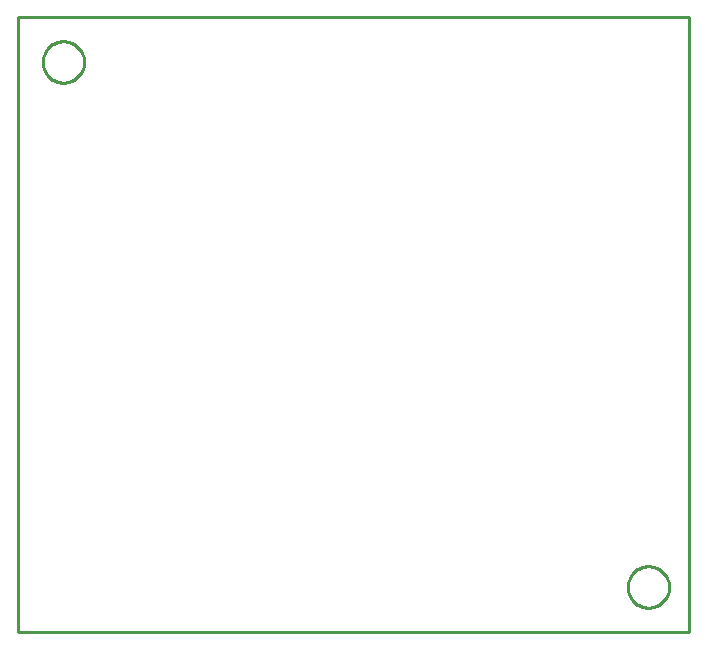
<source format=gbr>
G04 EAGLE Gerber X2 export*
G75*
%MOMM*%
%FSLAX34Y34*%
%LPD*%
%AMOC8*
5,1,8,0,0,1.08239X$1,22.5*%
G01*
%ADD10C,0.254000*%


D10*
X0Y0D02*
X568200Y0D01*
X568200Y520600D01*
X0Y520600D01*
X0Y0D01*
X55600Y482027D02*
X55525Y480884D01*
X55376Y479748D01*
X55152Y478624D01*
X54855Y477517D01*
X54487Y476432D01*
X54049Y475374D01*
X53542Y474346D01*
X52969Y473354D01*
X52332Y472401D01*
X51635Y471492D01*
X50879Y470631D01*
X50069Y469821D01*
X49208Y469065D01*
X48299Y468368D01*
X47346Y467731D01*
X46354Y467158D01*
X45326Y466651D01*
X44268Y466213D01*
X43183Y465845D01*
X42076Y465548D01*
X40952Y465325D01*
X39816Y465175D01*
X38673Y465100D01*
X37527Y465100D01*
X36384Y465175D01*
X35248Y465325D01*
X34124Y465548D01*
X33017Y465845D01*
X31932Y466213D01*
X30874Y466651D01*
X29846Y467158D01*
X28854Y467731D01*
X27901Y468368D01*
X26992Y469065D01*
X26131Y469821D01*
X25321Y470631D01*
X24565Y471492D01*
X23868Y472401D01*
X23231Y473354D01*
X22658Y474346D01*
X22151Y475374D01*
X21713Y476432D01*
X21345Y477517D01*
X21048Y478624D01*
X20825Y479748D01*
X20675Y480884D01*
X20600Y482027D01*
X20600Y483173D01*
X20675Y484316D01*
X20825Y485452D01*
X21048Y486576D01*
X21345Y487683D01*
X21713Y488768D01*
X22151Y489826D01*
X22658Y490854D01*
X23231Y491846D01*
X23868Y492799D01*
X24565Y493708D01*
X25321Y494569D01*
X26131Y495379D01*
X26992Y496135D01*
X27901Y496832D01*
X28854Y497469D01*
X29846Y498042D01*
X30874Y498549D01*
X31932Y498987D01*
X33017Y499355D01*
X34124Y499652D01*
X35248Y499876D01*
X36384Y500025D01*
X37527Y500100D01*
X38673Y500100D01*
X39816Y500025D01*
X40952Y499876D01*
X42076Y499652D01*
X43183Y499355D01*
X44268Y498987D01*
X45326Y498549D01*
X46354Y498042D01*
X47346Y497469D01*
X48299Y496832D01*
X49208Y496135D01*
X50069Y495379D01*
X50879Y494569D01*
X51635Y493708D01*
X52332Y492799D01*
X52969Y491846D01*
X53542Y490854D01*
X54049Y489826D01*
X54487Y488768D01*
X54855Y487683D01*
X55152Y486576D01*
X55376Y485452D01*
X55525Y484316D01*
X55600Y483173D01*
X55600Y482027D01*
X550900Y37527D02*
X550825Y36384D01*
X550676Y35248D01*
X550452Y34124D01*
X550155Y33017D01*
X549787Y31932D01*
X549349Y30874D01*
X548842Y29846D01*
X548269Y28854D01*
X547632Y27901D01*
X546935Y26992D01*
X546179Y26131D01*
X545369Y25321D01*
X544508Y24565D01*
X543599Y23868D01*
X542646Y23231D01*
X541654Y22658D01*
X540626Y22151D01*
X539568Y21713D01*
X538483Y21345D01*
X537376Y21048D01*
X536252Y20825D01*
X535116Y20675D01*
X533973Y20600D01*
X532827Y20600D01*
X531684Y20675D01*
X530548Y20825D01*
X529424Y21048D01*
X528317Y21345D01*
X527232Y21713D01*
X526174Y22151D01*
X525146Y22658D01*
X524154Y23231D01*
X523201Y23868D01*
X522292Y24565D01*
X521431Y25321D01*
X520621Y26131D01*
X519865Y26992D01*
X519168Y27901D01*
X518531Y28854D01*
X517958Y29846D01*
X517451Y30874D01*
X517013Y31932D01*
X516645Y33017D01*
X516348Y34124D01*
X516125Y35248D01*
X515975Y36384D01*
X515900Y37527D01*
X515900Y38673D01*
X515975Y39816D01*
X516125Y40952D01*
X516348Y42076D01*
X516645Y43183D01*
X517013Y44268D01*
X517451Y45326D01*
X517958Y46354D01*
X518531Y47346D01*
X519168Y48299D01*
X519865Y49208D01*
X520621Y50069D01*
X521431Y50879D01*
X522292Y51635D01*
X523201Y52332D01*
X524154Y52969D01*
X525146Y53542D01*
X526174Y54049D01*
X527232Y54487D01*
X528317Y54855D01*
X529424Y55152D01*
X530548Y55376D01*
X531684Y55525D01*
X532827Y55600D01*
X533973Y55600D01*
X535116Y55525D01*
X536252Y55376D01*
X537376Y55152D01*
X538483Y54855D01*
X539568Y54487D01*
X540626Y54049D01*
X541654Y53542D01*
X542646Y52969D01*
X543599Y52332D01*
X544508Y51635D01*
X545369Y50879D01*
X546179Y50069D01*
X546935Y49208D01*
X547632Y48299D01*
X548269Y47346D01*
X548842Y46354D01*
X549349Y45326D01*
X549787Y44268D01*
X550155Y43183D01*
X550452Y42076D01*
X550676Y40952D01*
X550825Y39816D01*
X550900Y38673D01*
X550900Y37527D01*
X55600Y482027D02*
X55525Y480884D01*
X55376Y479748D01*
X55152Y478624D01*
X54855Y477517D01*
X54487Y476432D01*
X54049Y475374D01*
X53542Y474346D01*
X52969Y473354D01*
X52332Y472401D01*
X51635Y471492D01*
X50879Y470631D01*
X50069Y469821D01*
X49208Y469065D01*
X48299Y468368D01*
X47346Y467731D01*
X46354Y467158D01*
X45326Y466651D01*
X44268Y466213D01*
X43183Y465845D01*
X42076Y465548D01*
X40952Y465325D01*
X39816Y465175D01*
X38673Y465100D01*
X37527Y465100D01*
X36384Y465175D01*
X35248Y465325D01*
X34124Y465548D01*
X33017Y465845D01*
X31932Y466213D01*
X30874Y466651D01*
X29846Y467158D01*
X28854Y467731D01*
X27901Y468368D01*
X26992Y469065D01*
X26131Y469821D01*
X25321Y470631D01*
X24565Y471492D01*
X23868Y472401D01*
X23231Y473354D01*
X22658Y474346D01*
X22151Y475374D01*
X21713Y476432D01*
X21345Y477517D01*
X21048Y478624D01*
X20825Y479748D01*
X20675Y480884D01*
X20600Y482027D01*
X20600Y483173D01*
X20675Y484316D01*
X20825Y485452D01*
X21048Y486576D01*
X21345Y487683D01*
X21713Y488768D01*
X22151Y489826D01*
X22658Y490854D01*
X23231Y491846D01*
X23868Y492799D01*
X24565Y493708D01*
X25321Y494569D01*
X26131Y495379D01*
X26992Y496135D01*
X27901Y496832D01*
X28854Y497469D01*
X29846Y498042D01*
X30874Y498549D01*
X31932Y498987D01*
X33017Y499355D01*
X34124Y499652D01*
X35248Y499876D01*
X36384Y500025D01*
X37527Y500100D01*
X38673Y500100D01*
X39816Y500025D01*
X40952Y499876D01*
X42076Y499652D01*
X43183Y499355D01*
X44268Y498987D01*
X45326Y498549D01*
X46354Y498042D01*
X47346Y497469D01*
X48299Y496832D01*
X49208Y496135D01*
X50069Y495379D01*
X50879Y494569D01*
X51635Y493708D01*
X52332Y492799D01*
X52969Y491846D01*
X53542Y490854D01*
X54049Y489826D01*
X54487Y488768D01*
X54855Y487683D01*
X55152Y486576D01*
X55376Y485452D01*
X55525Y484316D01*
X55600Y483173D01*
X55600Y482027D01*
X550900Y37527D02*
X550825Y36384D01*
X550676Y35248D01*
X550452Y34124D01*
X550155Y33017D01*
X549787Y31932D01*
X549349Y30874D01*
X548842Y29846D01*
X548269Y28854D01*
X547632Y27901D01*
X546935Y26992D01*
X546179Y26131D01*
X545369Y25321D01*
X544508Y24565D01*
X543599Y23868D01*
X542646Y23231D01*
X541654Y22658D01*
X540626Y22151D01*
X539568Y21713D01*
X538483Y21345D01*
X537376Y21048D01*
X536252Y20825D01*
X535116Y20675D01*
X533973Y20600D01*
X532827Y20600D01*
X531684Y20675D01*
X530548Y20825D01*
X529424Y21048D01*
X528317Y21345D01*
X527232Y21713D01*
X526174Y22151D01*
X525146Y22658D01*
X524154Y23231D01*
X523201Y23868D01*
X522292Y24565D01*
X521431Y25321D01*
X520621Y26131D01*
X519865Y26992D01*
X519168Y27901D01*
X518531Y28854D01*
X517958Y29846D01*
X517451Y30874D01*
X517013Y31932D01*
X516645Y33017D01*
X516348Y34124D01*
X516125Y35248D01*
X515975Y36384D01*
X515900Y37527D01*
X515900Y38673D01*
X515975Y39816D01*
X516125Y40952D01*
X516348Y42076D01*
X516645Y43183D01*
X517013Y44268D01*
X517451Y45326D01*
X517958Y46354D01*
X518531Y47346D01*
X519168Y48299D01*
X519865Y49208D01*
X520621Y50069D01*
X521431Y50879D01*
X522292Y51635D01*
X523201Y52332D01*
X524154Y52969D01*
X525146Y53542D01*
X526174Y54049D01*
X527232Y54487D01*
X528317Y54855D01*
X529424Y55152D01*
X530548Y55376D01*
X531684Y55525D01*
X532827Y55600D01*
X533973Y55600D01*
X535116Y55525D01*
X536252Y55376D01*
X537376Y55152D01*
X538483Y54855D01*
X539568Y54487D01*
X540626Y54049D01*
X541654Y53542D01*
X542646Y52969D01*
X543599Y52332D01*
X544508Y51635D01*
X545369Y50879D01*
X546179Y50069D01*
X546935Y49208D01*
X547632Y48299D01*
X548269Y47346D01*
X548842Y46354D01*
X549349Y45326D01*
X549787Y44268D01*
X550155Y43183D01*
X550452Y42076D01*
X550676Y40952D01*
X550825Y39816D01*
X550900Y38673D01*
X550900Y37527D01*
M02*

</source>
